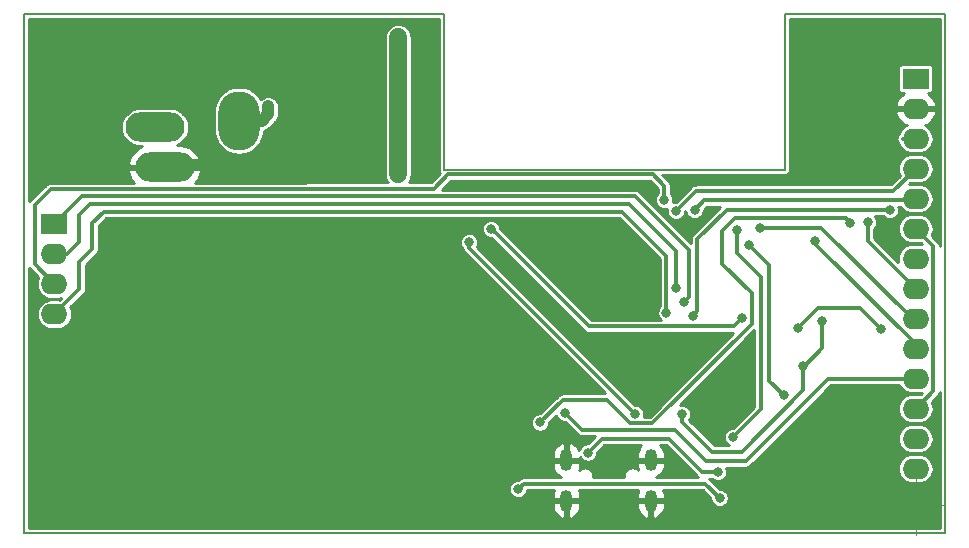
<source format=gbr>
%TF.GenerationSoftware,KiCad,Pcbnew,(5.1.6-0-10_14)*%
%TF.CreationDate,2021-01-12T14:39:33+11:00*%
%TF.ProjectId,esp32lcd,65737033-326c-4636-942e-6b696361645f,rev?*%
%TF.SameCoordinates,PX47868c0PY93d1cc0*%
%TF.FileFunction,Copper,L2,Bot*%
%TF.FilePolarity,Positive*%
%FSLAX46Y46*%
G04 Gerber Fmt 4.6, Leading zero omitted, Abs format (unit mm)*
G04 Created by KiCad (PCBNEW (5.1.6-0-10_14)) date 2021-01-12 14:39:33*
%MOMM*%
%LPD*%
G01*
G04 APERTURE LIST*
%TA.AperFunction,Profile*%
%ADD10C,0.150000*%
%TD*%
%TA.AperFunction,Profile*%
%ADD11C,0.050000*%
%TD*%
%TA.AperFunction,ComponentPad*%
%ADD12O,5.000000X2.500000*%
%TD*%
%TA.AperFunction,ComponentPad*%
%ADD13O,3.500000X5.000000*%
%TD*%
%TA.AperFunction,ComponentPad*%
%ADD14O,1.050000X1.850000*%
%TD*%
%TA.AperFunction,ComponentPad*%
%ADD15R,2.250000X1.727200*%
%TD*%
%TA.AperFunction,ComponentPad*%
%ADD16O,2.250000X1.727200*%
%TD*%
%TA.AperFunction,ViaPad*%
%ADD17C,6.000000*%
%TD*%
%TA.AperFunction,ViaPad*%
%ADD18C,0.800000*%
%TD*%
%TA.AperFunction,ViaPad*%
%ADD19C,5.000000*%
%TD*%
%TA.AperFunction,ViaPad*%
%ADD20C,3.500000*%
%TD*%
%TA.AperFunction,Conductor*%
%ADD21C,1.000000*%
%TD*%
%TA.AperFunction,Conductor*%
%ADD22C,0.350000*%
%TD*%
%TA.AperFunction,Conductor*%
%ADD23C,1.500000*%
%TD*%
%TA.AperFunction,Conductor*%
%ADD24C,0.254000*%
%TD*%
G04 APERTURE END LIST*
D10*
X78000000Y44000000D02*
X64400000Y44000000D01*
X64400000Y30800000D02*
X64400000Y44000000D01*
X35600000Y30800000D02*
X64400000Y30800000D01*
X35600000Y44000000D02*
X35600000Y30800000D01*
D11*
X77166666Y2400000D02*
G75*
G03*
X77166666Y2400000I-1666666J0D01*
G01*
X73000000Y2400000D02*
X78000000Y2400000D01*
X75500000Y4900000D02*
X75500000Y-100000D01*
X5166666Y34500000D02*
G75*
G03*
X5166666Y34500000I-1666666J0D01*
G01*
X1000000Y34500000D02*
X6000000Y34500000D01*
X3500000Y37000000D02*
X3500000Y32000000D01*
D10*
X35600000Y44000000D02*
X0Y44000000D01*
X0Y0D02*
X0Y44000000D01*
X78000000Y0D02*
X0Y0D01*
X78000000Y44000000D02*
X78000000Y0D01*
D12*
%TO.P,J12,3*%
%TO.N,Net-(J12-Pad3)*%
X11100000Y34400000D03*
D13*
%TO.P,J12,2*%
%TO.N,Net-(FB11-Pad2)*%
X18200000Y34950000D03*
D12*
%TO.P,J12,1*%
%TO.N,GND*%
X11900000Y31000000D03*
%TD*%
D14*
%TO.P,J11,6*%
%TO.N,GND*%
X53075000Y2770000D03*
X45925000Y2770000D03*
X53075000Y6220000D03*
X45925000Y6220000D03*
%TD*%
D15*
%TO.P,U15,15*%
%TO.N,VSPICLK*%
X2570000Y26190000D03*
D16*
%TO.P,U15,16*%
%TO.N,VSPIDIN*%
X2570000Y23650000D03*
%TO.P,U15,17*%
%TO.N,VSPIDATA*%
X2570000Y21110000D03*
%TO.P,U15,18*%
%TO.N,VSPICS1*%
X2570000Y18570000D03*
%TO.P,U15,14*%
%TO.N,Net-(U15-Pad14)*%
X75500000Y5480000D03*
%TO.P,U15,13*%
%TO.N,VSPIDIN*%
X75500000Y8020000D03*
%TO.P,U15,12*%
%TO.N,VSPIDATA*%
X75500000Y10560000D03*
%TO.P,U15,11*%
%TO.N,VSPICS2*%
X75500000Y13100000D03*
%TO.P,U15,10*%
%TO.N,VSPICLK*%
X75500000Y15640000D03*
%TO.P,U15,9*%
%TO.N,VSPIDIN*%
X75500000Y18180000D03*
%TO.P,U15,8*%
%TO.N,BACKLIGHT*%
X75500000Y20720000D03*
%TO.P,U15,7*%
%TO.N,VSPICLK*%
X75500000Y23260000D03*
%TO.P,U15,6*%
%TO.N,VSPIDATA*%
X75500000Y25800000D03*
%TO.P,U15,5*%
%TO.N,LCDDC*%
X75500000Y28340000D03*
%TO.P,U15,4*%
%TO.N,LCDRST*%
X75500000Y30880000D03*
%TO.P,U15,3*%
%TO.N,VSPICS0*%
X75500000Y33420000D03*
%TO.P,U15,2*%
%TO.N,GND*%
X75500000Y35960000D03*
D15*
%TO.P,U15,1*%
%TO.N,+3V3*%
X75500000Y38500000D03*
%TD*%
D17*
%TO.N,GND*%
X49000000Y22000000D03*
D18*
X44400000Y15300000D03*
X44400000Y22300000D03*
X52600000Y22300000D03*
D19*
X70500000Y40500000D03*
X3500000Y3500000D03*
D20*
X70500000Y3500000D03*
D19*
X3500000Y40500000D03*
D18*
X58900000Y7850000D03*
X52600000Y15174990D03*
X52600000Y29475010D03*
X44399998Y29475010D03*
X50800000Y7150000D03*
X16000000Y31200000D03*
X44350002Y6250000D03*
X22400000Y31199996D03*
X28200004Y26250000D03*
X33200000Y30200000D03*
X33500005Y38600005D03*
X55600000Y29500000D03*
%TO.N,+5V*%
X58900000Y3000000D03*
X41850001Y3749999D03*
%TO.N,+3V3*%
X51749998Y10100020D03*
X37700000Y24650000D03*
%TO.N,/TXD0*%
X60054998Y8154998D03*
X60399992Y25700000D03*
%TO.N,/RXD0*%
X61399998Y24400000D03*
X64324990Y11700000D03*
%TO.N,VSPICS0*%
X56612653Y18412667D03*
X73300000Y27400000D03*
%TO.N,VSPICLK*%
X55900000Y19600000D03*
X67000000Y24800000D03*
%TO.N,VSPIDIN*%
X55199151Y20741645D03*
X62300000Y25900000D03*
%TO.N,VSPIDATA*%
X54200000Y28250000D03*
%TO.N,VSPICS1*%
X54400000Y18700000D03*
%TO.N,LCDRST*%
X55200000Y27300000D03*
%TO.N,LCDDC*%
X56775998Y27379968D03*
%TO.N,VSPICS2*%
X45809528Y10213498D03*
%TO.N,BACKLIGHT*%
X71450000Y26350000D03*
%TO.N,ESP_EN*%
X60824990Y18250000D03*
X39550000Y25800000D03*
X31700000Y30400000D03*
%TO.N,Net-(D11-Pad2)*%
X47750000Y6850000D03*
X58750000Y5200000D03*
%TO.N,Net-(Q11-Pad3)*%
X55715000Y10115000D03*
%TO.N,Net-(FB11-Pad2)*%
X20700000Y36150000D03*
%TO.N,Net-(Q11-Pad3)*%
X66000000Y14200000D03*
X67600000Y18000000D03*
%TO.N,Net-(Q13-Pad1)*%
X43700000Y9400000D03*
X69974996Y26324996D03*
%TO.N,Net-(Q1-Pad2)*%
X65500000Y17400000D03*
X72600000Y17300000D03*
%TD*%
D21*
%TO.N,GND*%
X12200000Y31200000D02*
X16000000Y31200000D01*
X11900000Y31500000D02*
X12200000Y31200000D01*
X16000000Y31200000D02*
X22399996Y31200000D01*
X22399996Y31200000D02*
X22400000Y31199996D01*
D22*
%TO.N,+5V*%
X58900000Y3000000D02*
X57700001Y4199999D01*
X42300001Y4199999D02*
X41850001Y3749999D01*
X57700001Y4199999D02*
X42300001Y4199999D01*
%TO.N,+3V3*%
X37700000Y24150018D02*
X37700000Y24650000D01*
X51749998Y10100020D02*
X37700000Y24150018D01*
%TO.N,/TXD0*%
X62400000Y21717157D02*
X60399992Y23717165D01*
X60399992Y23717165D02*
X60399992Y25700000D01*
X62400000Y10500000D02*
X62400000Y21717157D01*
X60054998Y8154998D02*
X62400000Y10500000D01*
%TO.N,/RXD0*%
X63100000Y12924990D02*
X64324990Y11700000D01*
X63100000Y22699998D02*
X63100000Y12924990D01*
X61399998Y24400000D02*
X63100000Y22699998D01*
%TO.N,VSPICS0*%
X75500000Y33420000D02*
X74420000Y33420000D01*
X56612653Y18412667D02*
X57012652Y18812666D01*
X59500000Y27400000D02*
X73300000Y27400000D01*
X57012652Y18812666D02*
X57012652Y24912652D01*
X57012652Y24912652D02*
X59500000Y27400000D01*
%TO.N,VSPICLK*%
X4930000Y28550000D02*
X51750000Y28550000D01*
X56299999Y19999999D02*
X55900000Y19600000D01*
X56299999Y24000001D02*
X56299999Y19999999D01*
X2570000Y26190000D02*
X4930000Y28550000D01*
X51750000Y28550000D02*
X56299999Y24000001D01*
X75500000Y15640000D02*
X75500000Y16000000D01*
X67000000Y24500000D02*
X67000000Y24800000D01*
X75500000Y16000000D02*
X67000000Y24500000D01*
%TO.N,VSPIDIN*%
X51200000Y27900000D02*
X55199151Y23900849D01*
X4700000Y27000000D02*
X5600000Y27900000D01*
X3650000Y23650000D02*
X4700000Y24700000D01*
X55199151Y23900849D02*
X55199151Y20741645D01*
X5600000Y27900000D02*
X51200000Y27900000D01*
X4700000Y24700000D02*
X4700000Y27000000D01*
X2570000Y23650000D02*
X3650000Y23650000D01*
X75238600Y18180000D02*
X67518600Y25900000D01*
X75500000Y18180000D02*
X75238600Y18180000D01*
X67518600Y25900000D02*
X62300000Y25900000D01*
%TO.N,VSPIDATA*%
X77000000Y12060000D02*
X75500000Y10560000D01*
X77000000Y24300000D02*
X77000000Y12060000D01*
X75500000Y25800000D02*
X77000000Y24300000D01*
X34675036Y29175036D02*
X35900000Y30400000D01*
X53215681Y30400000D02*
X54200000Y29415681D01*
X2570000Y21110000D02*
X900000Y22780000D01*
X23919497Y29150000D02*
X23944533Y29175036D01*
X900000Y27800000D02*
X2250000Y29150000D01*
X35900000Y30400000D02*
X53215681Y30400000D01*
X23944533Y29175036D02*
X34675036Y29175036D01*
X900000Y22780000D02*
X900000Y27800000D01*
X54200000Y29415681D02*
X54200000Y28250000D01*
X2250000Y29150000D02*
X23919497Y29150000D01*
%TO.N,VSPICS1*%
X5800000Y26300000D02*
X6750000Y27250000D01*
X5800000Y24100000D02*
X5800000Y26300000D01*
X4700000Y23000000D02*
X5800000Y24100000D01*
X50650000Y27250000D02*
X54400000Y23500000D01*
X4700000Y20700000D02*
X4700000Y23000000D01*
X6750000Y27250000D02*
X50650000Y27250000D01*
X54400000Y23500000D02*
X54400000Y18700000D01*
X2570000Y18570000D02*
X4700000Y20700000D01*
%TO.N,LCDRST*%
X73620000Y29000000D02*
X56900000Y29000000D01*
X56900000Y29000000D02*
X55200000Y27300000D01*
X75500000Y30880000D02*
X73620000Y29000000D01*
%TO.N,LCDDC*%
X57596030Y28200000D02*
X56775998Y27379968D01*
X75360000Y28200000D02*
X57596030Y28200000D01*
X75500000Y28340000D02*
X75360000Y28200000D01*
%TO.N,VSPICS2*%
X47248027Y8774999D02*
X45809528Y10213498D01*
X55111085Y8774999D02*
X47248027Y8774999D01*
X61100000Y6100000D02*
X57786084Y6100000D01*
X57786084Y6100000D02*
X55111085Y8774999D01*
X68100000Y13100000D02*
X61100000Y6100000D01*
X75500000Y13100000D02*
X68100000Y13100000D01*
%TO.N,BACKLIGHT*%
X75500000Y20720000D02*
X74580000Y20720000D01*
X71450000Y24770000D02*
X71450000Y26350000D01*
X75500000Y20720000D02*
X71450000Y24770000D01*
%TO.N,ESP_EN*%
X53828003Y17524993D02*
X47825007Y17524993D01*
X60099981Y17524991D02*
X53828005Y17524991D01*
X53828005Y17524991D02*
X53828003Y17524993D01*
X39949999Y25400001D02*
X39550000Y25800000D01*
X47825007Y17524993D02*
X39949999Y25400001D01*
X60824990Y18250000D02*
X60099981Y17524991D01*
D23*
X31700000Y30400000D02*
X31700000Y42000000D01*
D22*
%TO.N,Net-(D11-Pad2)*%
X57400000Y5200000D02*
X58750000Y5200000D01*
X54600000Y8000000D02*
X57400000Y5200000D01*
X48900000Y8000000D02*
X54600000Y8000000D01*
X47750000Y6850000D02*
X48900000Y8000000D01*
D21*
%TO.N,Net-(FB11-Pad2)*%
X20700000Y35500000D02*
X20700000Y36150000D01*
X20150000Y34950000D02*
X20700000Y35500000D01*
X18200000Y34950000D02*
X20150000Y34950000D01*
D22*
%TO.N,Net-(Q11-Pad3)*%
X55715000Y10115000D02*
X55715000Y9435000D01*
X60773002Y6900000D02*
X66000000Y12126998D01*
X66000000Y12126998D02*
X66000000Y14200000D01*
X55715000Y9435000D02*
X58250000Y6900000D01*
X58250000Y6900000D02*
X60773002Y6900000D01*
X66100000Y14200000D02*
X66000000Y14200000D01*
X67600000Y15700000D02*
X66100000Y14200000D01*
X67600000Y18000000D02*
X67600000Y15700000D01*
%TO.N,Net-(Q13-Pad1)*%
X61600000Y17726998D02*
X61600000Y20350000D01*
X43700000Y9400000D02*
X45599999Y11299999D01*
X45599999Y11299999D02*
X49326997Y11299999D01*
X49326997Y11299999D02*
X51301986Y9325010D01*
X53198012Y9325010D02*
X61600000Y17726998D01*
X51301986Y9325010D02*
X53198012Y9325010D01*
X61600000Y20350000D02*
X59100000Y22850000D01*
X60177993Y26724995D02*
X69574997Y26724995D01*
X59100000Y22850000D02*
X59100000Y25647002D01*
X59100000Y25647002D02*
X60177993Y26724995D01*
X69574997Y26724995D02*
X69974996Y26324996D01*
%TO.N,Net-(Q1-Pad2)*%
X65500000Y17400000D02*
X67199999Y19099999D01*
X67199999Y19099999D02*
X70800001Y19099999D01*
X70800001Y19099999D02*
X72600000Y17300000D01*
%TD*%
D24*
%TO.N,GND*%
G36*
X53848000Y23271354D02*
G01*
X53848001Y19246846D01*
X53796464Y19195309D01*
X53711431Y19068048D01*
X53652859Y18926643D01*
X53623000Y18776528D01*
X53623000Y18623472D01*
X53652859Y18473357D01*
X53711431Y18331952D01*
X53796464Y18204691D01*
X53904691Y18096464D01*
X53933834Y18076991D01*
X53855132Y18076991D01*
X53855112Y18076993D01*
X53855109Y18076993D01*
X53828003Y18079663D01*
X53800897Y18076993D01*
X48053653Y18076993D01*
X40359495Y25771149D01*
X40359490Y25771155D01*
X40327000Y25803645D01*
X40327000Y25876528D01*
X40297141Y26026643D01*
X40238569Y26168048D01*
X40153536Y26295309D01*
X40045309Y26403536D01*
X39918048Y26488569D01*
X39776643Y26547141D01*
X39626528Y26577000D01*
X39473472Y26577000D01*
X39323357Y26547141D01*
X39181952Y26488569D01*
X39054691Y26403536D01*
X38946464Y26295309D01*
X38861431Y26168048D01*
X38802859Y26026643D01*
X38773000Y25876528D01*
X38773000Y25723472D01*
X38802859Y25573357D01*
X38861431Y25431952D01*
X38946464Y25304691D01*
X39054691Y25196464D01*
X39181952Y25111431D01*
X39323357Y25052859D01*
X39473472Y25023000D01*
X39546355Y25023000D01*
X39578845Y24990510D01*
X39578851Y24990505D01*
X47415514Y17153840D01*
X47432796Y17132782D01*
X47516849Y17063802D01*
X47612744Y17012545D01*
X47716796Y16980981D01*
X47797898Y16972993D01*
X47797900Y16972993D01*
X47825006Y16970323D01*
X47852112Y16972993D01*
X53800876Y16972993D01*
X53800896Y16972991D01*
X53800897Y16972991D01*
X53828005Y16970321D01*
X53855113Y16972991D01*
X60065347Y16972991D01*
X52969368Y9877010D01*
X52497862Y9877010D01*
X52526998Y10023492D01*
X52526998Y10176548D01*
X52497139Y10326663D01*
X52438567Y10468068D01*
X52353534Y10595329D01*
X52245307Y10703556D01*
X52118046Y10788589D01*
X51976641Y10847161D01*
X51826526Y10877020D01*
X51753644Y10877020D01*
X38372604Y24258058D01*
X38388569Y24281952D01*
X38447141Y24423357D01*
X38477000Y24573472D01*
X38477000Y24726528D01*
X38447141Y24876643D01*
X38388569Y25018048D01*
X38303536Y25145309D01*
X38195309Y25253536D01*
X38068048Y25338569D01*
X37926643Y25397141D01*
X37776528Y25427000D01*
X37623472Y25427000D01*
X37473357Y25397141D01*
X37331952Y25338569D01*
X37204691Y25253536D01*
X37096464Y25145309D01*
X37011431Y25018048D01*
X36952859Y24876643D01*
X36923000Y24726528D01*
X36923000Y24573472D01*
X36952859Y24423357D01*
X37011431Y24281952D01*
X37096464Y24154691D01*
X37150158Y24100997D01*
X37155988Y24041808D01*
X37187552Y23937756D01*
X37238809Y23841860D01*
X37307789Y23757807D01*
X37328857Y23740517D01*
X49217373Y11851999D01*
X45627096Y11851999D01*
X45599998Y11854668D01*
X45572900Y11851999D01*
X45572890Y11851999D01*
X45491788Y11844011D01*
X45387736Y11812447D01*
X45365572Y11800600D01*
X45291840Y11761190D01*
X45234678Y11714278D01*
X45207788Y11692210D01*
X45190507Y11671153D01*
X43696356Y10177000D01*
X43623472Y10177000D01*
X43473357Y10147141D01*
X43331952Y10088569D01*
X43204691Y10003536D01*
X43096464Y9895309D01*
X43011431Y9768048D01*
X42952859Y9626643D01*
X42923000Y9476528D01*
X42923000Y9323472D01*
X42952859Y9173357D01*
X43011431Y9031952D01*
X43096464Y8904691D01*
X43204691Y8796464D01*
X43331952Y8711431D01*
X43473357Y8652859D01*
X43623472Y8623000D01*
X43776528Y8623000D01*
X43926643Y8652859D01*
X44068048Y8711431D01*
X44195309Y8796464D01*
X44303536Y8904691D01*
X44388569Y9031952D01*
X44447141Y9173357D01*
X44477000Y9323472D01*
X44477000Y9396356D01*
X45063885Y9983240D01*
X45120959Y9845450D01*
X45205992Y9718189D01*
X45314219Y9609962D01*
X45441480Y9524929D01*
X45582885Y9466357D01*
X45733000Y9436498D01*
X45805883Y9436498D01*
X46838534Y8403846D01*
X46855816Y8382788D01*
X46876872Y8365508D01*
X46876873Y8365507D01*
X46939869Y8313808D01*
X47035764Y8262551D01*
X47139816Y8230987D01*
X47248027Y8220329D01*
X47275135Y8222999D01*
X48342353Y8222999D01*
X47746355Y7627000D01*
X47673472Y7627000D01*
X47523357Y7597141D01*
X47381952Y7538569D01*
X47254691Y7453536D01*
X47146464Y7345309D01*
X47061431Y7218048D01*
X47002859Y7076643D01*
X46999651Y7060517D01*
X46948099Y7181246D01*
X46818947Y7370059D01*
X46655441Y7530047D01*
X46463864Y7655063D01*
X46230810Y7738964D01*
X46052000Y7613163D01*
X46052000Y6347000D01*
X47085000Y6347000D01*
X47085000Y6446678D01*
X47146464Y6354691D01*
X47254691Y6246464D01*
X47381952Y6161431D01*
X47523357Y6102859D01*
X47673472Y6073000D01*
X47826528Y6073000D01*
X47976643Y6102859D01*
X48118048Y6161431D01*
X48245309Y6246464D01*
X48353536Y6354691D01*
X48438569Y6481952D01*
X48497141Y6623357D01*
X48527000Y6773472D01*
X48527000Y6846355D01*
X49128646Y7448000D01*
X52260708Y7448000D01*
X52181053Y7370059D01*
X52051901Y7181246D01*
X51962066Y6970865D01*
X51915000Y6747000D01*
X51915000Y6347000D01*
X52948000Y6347000D01*
X52948000Y6367000D01*
X53202000Y6367000D01*
X53202000Y6347000D01*
X54235000Y6347000D01*
X54235000Y6747000D01*
X54187934Y6970865D01*
X54098099Y7181246D01*
X53968947Y7370059D01*
X53889292Y7448000D01*
X54371356Y7448000D01*
X56990504Y4828851D01*
X57007789Y4807789D01*
X57075770Y4751999D01*
X53522371Y4751999D01*
X53613864Y4784937D01*
X53805441Y4909953D01*
X53968947Y5069941D01*
X54098099Y5258754D01*
X54187934Y5469135D01*
X54235000Y5693000D01*
X54235000Y6093000D01*
X53202000Y6093000D01*
X53202000Y6073000D01*
X52948000Y6073000D01*
X52948000Y6093000D01*
X51915000Y6093000D01*
X51915000Y5693000D01*
X51962066Y5469135D01*
X51990700Y5402078D01*
X51947499Y5445279D01*
X51832522Y5522105D01*
X51704766Y5575023D01*
X51569141Y5602000D01*
X51430859Y5602000D01*
X51295234Y5575023D01*
X51167478Y5522105D01*
X51052501Y5445279D01*
X50954721Y5347499D01*
X50877895Y5232522D01*
X50824977Y5104766D01*
X50798000Y4969141D01*
X50798000Y4830859D01*
X50813686Y4751999D01*
X48186314Y4751999D01*
X48202000Y4830859D01*
X48202000Y4969141D01*
X48175023Y5104766D01*
X48122105Y5232522D01*
X48045279Y5347499D01*
X47947499Y5445279D01*
X47832522Y5522105D01*
X47704766Y5575023D01*
X47569141Y5602000D01*
X47430859Y5602000D01*
X47295234Y5575023D01*
X47167478Y5522105D01*
X47052501Y5445279D01*
X47009300Y5402078D01*
X47037934Y5469135D01*
X47085000Y5693000D01*
X47085000Y6093000D01*
X46052000Y6093000D01*
X46052000Y6073000D01*
X45798000Y6073000D01*
X45798000Y6093000D01*
X44765000Y6093000D01*
X44765000Y5693000D01*
X44812066Y5469135D01*
X44901901Y5258754D01*
X45031053Y5069941D01*
X45194559Y4909953D01*
X45386136Y4784937D01*
X45477629Y4751999D01*
X42327106Y4751999D01*
X42300000Y4754669D01*
X42272894Y4751999D01*
X42272892Y4751999D01*
X42191790Y4744011D01*
X42087738Y4712447D01*
X41991843Y4661190D01*
X41907790Y4592210D01*
X41890509Y4571153D01*
X41846355Y4526999D01*
X41773473Y4526999D01*
X41623358Y4497140D01*
X41481953Y4438568D01*
X41354692Y4353535D01*
X41246465Y4245308D01*
X41161432Y4118047D01*
X41102860Y3976642D01*
X41073001Y3826527D01*
X41073001Y3673471D01*
X41102860Y3523356D01*
X41161432Y3381951D01*
X41246465Y3254690D01*
X41354692Y3146463D01*
X41481953Y3061430D01*
X41623358Y3002858D01*
X41773473Y2972999D01*
X41926529Y2972999D01*
X42076644Y3002858D01*
X42218049Y3061430D01*
X42345310Y3146463D01*
X42453537Y3254690D01*
X42538570Y3381951D01*
X42597142Y3523356D01*
X42621934Y3647999D01*
X44866354Y3647999D01*
X44812066Y3520865D01*
X44765000Y3297000D01*
X44765000Y2897000D01*
X45798000Y2897000D01*
X45798000Y2917000D01*
X46052000Y2917000D01*
X46052000Y2897000D01*
X47085000Y2897000D01*
X47085000Y3297000D01*
X47037934Y3520865D01*
X46983646Y3647999D01*
X52016354Y3647999D01*
X51962066Y3520865D01*
X51915000Y3297000D01*
X51915000Y2897000D01*
X52948000Y2897000D01*
X52948000Y2917000D01*
X53202000Y2917000D01*
X53202000Y2897000D01*
X54235000Y2897000D01*
X54235000Y3297000D01*
X54187934Y3520865D01*
X54133646Y3647999D01*
X57471357Y3647999D01*
X58123000Y2996355D01*
X58123000Y2923472D01*
X58152859Y2773357D01*
X58211431Y2631952D01*
X58296464Y2504691D01*
X58404691Y2396464D01*
X58531952Y2311431D01*
X58673357Y2252859D01*
X58823472Y2223000D01*
X58976528Y2223000D01*
X59126643Y2252859D01*
X59268048Y2311431D01*
X59395309Y2396464D01*
X59503536Y2504691D01*
X59588569Y2631952D01*
X59647141Y2773357D01*
X59677000Y2923472D01*
X59677000Y3076528D01*
X59647141Y3226643D01*
X59588569Y3368048D01*
X59503536Y3495309D01*
X59395309Y3603536D01*
X59268048Y3688569D01*
X59126643Y3747141D01*
X58976528Y3777000D01*
X58903645Y3777000D01*
X58109501Y4571143D01*
X58092212Y4592210D01*
X58024231Y4648000D01*
X58203155Y4648000D01*
X58254691Y4596464D01*
X58381952Y4511431D01*
X58523357Y4452859D01*
X58673472Y4423000D01*
X58826528Y4423000D01*
X58976643Y4452859D01*
X59118048Y4511431D01*
X59245309Y4596464D01*
X59353536Y4704691D01*
X59438569Y4831952D01*
X59497141Y4973357D01*
X59527000Y5123472D01*
X59527000Y5276528D01*
X59497141Y5426643D01*
X59475040Y5480000D01*
X73991998Y5480000D01*
X74015951Y5236800D01*
X74086890Y5002946D01*
X74202088Y4787425D01*
X74357119Y4598519D01*
X74546025Y4443488D01*
X74761546Y4328290D01*
X74995400Y4257351D01*
X75177660Y4239400D01*
X75822340Y4239400D01*
X76004600Y4257351D01*
X76238454Y4328290D01*
X76453975Y4443488D01*
X76642881Y4598519D01*
X76797912Y4787425D01*
X76913110Y5002946D01*
X76984049Y5236800D01*
X77008002Y5480000D01*
X76984049Y5723200D01*
X76913110Y5957054D01*
X76797912Y6172575D01*
X76642881Y6361481D01*
X76453975Y6516512D01*
X76238454Y6631710D01*
X76004600Y6702649D01*
X75822340Y6720600D01*
X75177660Y6720600D01*
X74995400Y6702649D01*
X74761546Y6631710D01*
X74546025Y6516512D01*
X74357119Y6361481D01*
X74202088Y6172575D01*
X74086890Y5957054D01*
X74015951Y5723200D01*
X73991998Y5480000D01*
X59475040Y5480000D01*
X59446873Y5548000D01*
X61072894Y5548000D01*
X61100000Y5545330D01*
X61127106Y5548000D01*
X61127109Y5548000D01*
X61208211Y5555988D01*
X61312263Y5587552D01*
X61408158Y5638809D01*
X61492211Y5707789D01*
X61509501Y5728857D01*
X63800644Y8020000D01*
X73991998Y8020000D01*
X74015951Y7776800D01*
X74086890Y7542946D01*
X74202088Y7327425D01*
X74357119Y7138519D01*
X74546025Y6983488D01*
X74761546Y6868290D01*
X74995400Y6797351D01*
X75177660Y6779400D01*
X75822340Y6779400D01*
X76004600Y6797351D01*
X76238454Y6868290D01*
X76453975Y6983488D01*
X76642881Y7138519D01*
X76797912Y7327425D01*
X76913110Y7542946D01*
X76984049Y7776800D01*
X77008002Y8020000D01*
X76984049Y8263200D01*
X76913110Y8497054D01*
X76797912Y8712575D01*
X76642881Y8901481D01*
X76453975Y9056512D01*
X76238454Y9171710D01*
X76004600Y9242649D01*
X75822340Y9260600D01*
X75177660Y9260600D01*
X74995400Y9242649D01*
X74761546Y9171710D01*
X74546025Y9056512D01*
X74357119Y8901481D01*
X74202088Y8712575D01*
X74086890Y8497054D01*
X74015951Y8263200D01*
X73991998Y8020000D01*
X63800644Y8020000D01*
X68328645Y12548000D01*
X74126949Y12548000D01*
X74202088Y12407425D01*
X74357119Y12218519D01*
X74546025Y12063488D01*
X74761546Y11948290D01*
X74995400Y11877351D01*
X75177660Y11859400D01*
X75822340Y11859400D01*
X76004600Y11877351D01*
X76050686Y11891331D01*
X75947616Y11788261D01*
X75822340Y11800600D01*
X75177660Y11800600D01*
X74995400Y11782649D01*
X74761546Y11711710D01*
X74546025Y11596512D01*
X74357119Y11441481D01*
X74202088Y11252575D01*
X74086890Y11037054D01*
X74015951Y10803200D01*
X73991998Y10560000D01*
X74015951Y10316800D01*
X74086890Y10082946D01*
X74202088Y9867425D01*
X74357119Y9678519D01*
X74546025Y9523488D01*
X74761546Y9408290D01*
X74995400Y9337351D01*
X75177660Y9319400D01*
X75822340Y9319400D01*
X76004600Y9337351D01*
X76238454Y9408290D01*
X76453975Y9523488D01*
X76642881Y9678519D01*
X76797912Y9867425D01*
X76913110Y10082946D01*
X76984049Y10316800D01*
X77008002Y10560000D01*
X76984049Y10803200D01*
X76913110Y11037054D01*
X76858976Y11138331D01*
X77371154Y11650508D01*
X77392211Y11667789D01*
X77428256Y11711710D01*
X77461191Y11751841D01*
X77491321Y11808212D01*
X77512448Y11847737D01*
X77544012Y11951789D01*
X77548001Y11992286D01*
X77548001Y452000D01*
X452000Y452000D01*
X452000Y2643000D01*
X44765000Y2643000D01*
X44765000Y2243000D01*
X44812066Y2019135D01*
X44901901Y1808754D01*
X45031053Y1619941D01*
X45194559Y1459953D01*
X45386136Y1334937D01*
X45619190Y1251036D01*
X45798000Y1376837D01*
X45798000Y2643000D01*
X46052000Y2643000D01*
X46052000Y1376837D01*
X46230810Y1251036D01*
X46463864Y1334937D01*
X46655441Y1459953D01*
X46818947Y1619941D01*
X46948099Y1808754D01*
X47037934Y2019135D01*
X47085000Y2243000D01*
X47085000Y2643000D01*
X51915000Y2643000D01*
X51915000Y2243000D01*
X51962066Y2019135D01*
X52051901Y1808754D01*
X52181053Y1619941D01*
X52344559Y1459953D01*
X52536136Y1334937D01*
X52769190Y1251036D01*
X52948000Y1376837D01*
X52948000Y2643000D01*
X53202000Y2643000D01*
X53202000Y1376837D01*
X53380810Y1251036D01*
X53613864Y1334937D01*
X53805441Y1459953D01*
X53968947Y1619941D01*
X54098099Y1808754D01*
X54187934Y2019135D01*
X54235000Y2243000D01*
X54235000Y2643000D01*
X53202000Y2643000D01*
X52948000Y2643000D01*
X51915000Y2643000D01*
X47085000Y2643000D01*
X46052000Y2643000D01*
X45798000Y2643000D01*
X44765000Y2643000D01*
X452000Y2643000D01*
X452000Y6747000D01*
X44765000Y6747000D01*
X44765000Y6347000D01*
X45798000Y6347000D01*
X45798000Y7613163D01*
X45619190Y7738964D01*
X45386136Y7655063D01*
X45194559Y7530047D01*
X45031053Y7370059D01*
X44901901Y7181246D01*
X44812066Y6970865D01*
X44765000Y6747000D01*
X452000Y6747000D01*
X452000Y22455769D01*
X507789Y22387789D01*
X528856Y22370500D01*
X1211024Y21688331D01*
X1156890Y21587054D01*
X1085951Y21353200D01*
X1061998Y21110000D01*
X1085951Y20866800D01*
X1156890Y20632946D01*
X1272088Y20417425D01*
X1427119Y20228519D01*
X1616025Y20073488D01*
X1831546Y19958290D01*
X2065400Y19887351D01*
X2247660Y19869400D01*
X2892340Y19869400D01*
X3074600Y19887351D01*
X3120687Y19901331D01*
X3017617Y19798261D01*
X2892340Y19810600D01*
X2247660Y19810600D01*
X2065400Y19792649D01*
X1831546Y19721710D01*
X1616025Y19606512D01*
X1427119Y19451481D01*
X1272088Y19262575D01*
X1156890Y19047054D01*
X1085951Y18813200D01*
X1061998Y18570000D01*
X1085951Y18326800D01*
X1156890Y18092946D01*
X1272088Y17877425D01*
X1427119Y17688519D01*
X1616025Y17533488D01*
X1831546Y17418290D01*
X2065400Y17347351D01*
X2247660Y17329400D01*
X2892340Y17329400D01*
X3074600Y17347351D01*
X3308454Y17418290D01*
X3523975Y17533488D01*
X3712881Y17688519D01*
X3867912Y17877425D01*
X3983110Y18092946D01*
X4054049Y18326800D01*
X4078002Y18570000D01*
X4054049Y18813200D01*
X3983110Y19047054D01*
X3928976Y19148332D01*
X5071149Y20290504D01*
X5092211Y20307789D01*
X5161191Y20391842D01*
X5212448Y20487737D01*
X5244012Y20591789D01*
X5252000Y20672891D01*
X5252000Y20672894D01*
X5254670Y20700000D01*
X5252000Y20727106D01*
X5252000Y22771356D01*
X6171149Y23690504D01*
X6192211Y23707789D01*
X6261191Y23791842D01*
X6312448Y23887737D01*
X6344012Y23991789D01*
X6352000Y24072891D01*
X6352000Y24072894D01*
X6354670Y24100000D01*
X6352000Y24127106D01*
X6352000Y26071356D01*
X6978645Y26698000D01*
X50421356Y26698000D01*
X53848000Y23271354D01*
G37*
X53848000Y23271354D02*
X53848001Y19246846D01*
X53796464Y19195309D01*
X53711431Y19068048D01*
X53652859Y18926643D01*
X53623000Y18776528D01*
X53623000Y18623472D01*
X53652859Y18473357D01*
X53711431Y18331952D01*
X53796464Y18204691D01*
X53904691Y18096464D01*
X53933834Y18076991D01*
X53855132Y18076991D01*
X53855112Y18076993D01*
X53855109Y18076993D01*
X53828003Y18079663D01*
X53800897Y18076993D01*
X48053653Y18076993D01*
X40359495Y25771149D01*
X40359490Y25771155D01*
X40327000Y25803645D01*
X40327000Y25876528D01*
X40297141Y26026643D01*
X40238569Y26168048D01*
X40153536Y26295309D01*
X40045309Y26403536D01*
X39918048Y26488569D01*
X39776643Y26547141D01*
X39626528Y26577000D01*
X39473472Y26577000D01*
X39323357Y26547141D01*
X39181952Y26488569D01*
X39054691Y26403536D01*
X38946464Y26295309D01*
X38861431Y26168048D01*
X38802859Y26026643D01*
X38773000Y25876528D01*
X38773000Y25723472D01*
X38802859Y25573357D01*
X38861431Y25431952D01*
X38946464Y25304691D01*
X39054691Y25196464D01*
X39181952Y25111431D01*
X39323357Y25052859D01*
X39473472Y25023000D01*
X39546355Y25023000D01*
X39578845Y24990510D01*
X39578851Y24990505D01*
X47415514Y17153840D01*
X47432796Y17132782D01*
X47516849Y17063802D01*
X47612744Y17012545D01*
X47716796Y16980981D01*
X47797898Y16972993D01*
X47797900Y16972993D01*
X47825006Y16970323D01*
X47852112Y16972993D01*
X53800876Y16972993D01*
X53800896Y16972991D01*
X53800897Y16972991D01*
X53828005Y16970321D01*
X53855113Y16972991D01*
X60065347Y16972991D01*
X52969368Y9877010D01*
X52497862Y9877010D01*
X52526998Y10023492D01*
X52526998Y10176548D01*
X52497139Y10326663D01*
X52438567Y10468068D01*
X52353534Y10595329D01*
X52245307Y10703556D01*
X52118046Y10788589D01*
X51976641Y10847161D01*
X51826526Y10877020D01*
X51753644Y10877020D01*
X38372604Y24258058D01*
X38388569Y24281952D01*
X38447141Y24423357D01*
X38477000Y24573472D01*
X38477000Y24726528D01*
X38447141Y24876643D01*
X38388569Y25018048D01*
X38303536Y25145309D01*
X38195309Y25253536D01*
X38068048Y25338569D01*
X37926643Y25397141D01*
X37776528Y25427000D01*
X37623472Y25427000D01*
X37473357Y25397141D01*
X37331952Y25338569D01*
X37204691Y25253536D01*
X37096464Y25145309D01*
X37011431Y25018048D01*
X36952859Y24876643D01*
X36923000Y24726528D01*
X36923000Y24573472D01*
X36952859Y24423357D01*
X37011431Y24281952D01*
X37096464Y24154691D01*
X37150158Y24100997D01*
X37155988Y24041808D01*
X37187552Y23937756D01*
X37238809Y23841860D01*
X37307789Y23757807D01*
X37328857Y23740517D01*
X49217373Y11851999D01*
X45627096Y11851999D01*
X45599998Y11854668D01*
X45572900Y11851999D01*
X45572890Y11851999D01*
X45491788Y11844011D01*
X45387736Y11812447D01*
X45365572Y11800600D01*
X45291840Y11761190D01*
X45234678Y11714278D01*
X45207788Y11692210D01*
X45190507Y11671153D01*
X43696356Y10177000D01*
X43623472Y10177000D01*
X43473357Y10147141D01*
X43331952Y10088569D01*
X43204691Y10003536D01*
X43096464Y9895309D01*
X43011431Y9768048D01*
X42952859Y9626643D01*
X42923000Y9476528D01*
X42923000Y9323472D01*
X42952859Y9173357D01*
X43011431Y9031952D01*
X43096464Y8904691D01*
X43204691Y8796464D01*
X43331952Y8711431D01*
X43473357Y8652859D01*
X43623472Y8623000D01*
X43776528Y8623000D01*
X43926643Y8652859D01*
X44068048Y8711431D01*
X44195309Y8796464D01*
X44303536Y8904691D01*
X44388569Y9031952D01*
X44447141Y9173357D01*
X44477000Y9323472D01*
X44477000Y9396356D01*
X45063885Y9983240D01*
X45120959Y9845450D01*
X45205992Y9718189D01*
X45314219Y9609962D01*
X45441480Y9524929D01*
X45582885Y9466357D01*
X45733000Y9436498D01*
X45805883Y9436498D01*
X46838534Y8403846D01*
X46855816Y8382788D01*
X46876872Y8365508D01*
X46876873Y8365507D01*
X46939869Y8313808D01*
X47035764Y8262551D01*
X47139816Y8230987D01*
X47248027Y8220329D01*
X47275135Y8222999D01*
X48342353Y8222999D01*
X47746355Y7627000D01*
X47673472Y7627000D01*
X47523357Y7597141D01*
X47381952Y7538569D01*
X47254691Y7453536D01*
X47146464Y7345309D01*
X47061431Y7218048D01*
X47002859Y7076643D01*
X46999651Y7060517D01*
X46948099Y7181246D01*
X46818947Y7370059D01*
X46655441Y7530047D01*
X46463864Y7655063D01*
X46230810Y7738964D01*
X46052000Y7613163D01*
X46052000Y6347000D01*
X47085000Y6347000D01*
X47085000Y6446678D01*
X47146464Y6354691D01*
X47254691Y6246464D01*
X47381952Y6161431D01*
X47523357Y6102859D01*
X47673472Y6073000D01*
X47826528Y6073000D01*
X47976643Y6102859D01*
X48118048Y6161431D01*
X48245309Y6246464D01*
X48353536Y6354691D01*
X48438569Y6481952D01*
X48497141Y6623357D01*
X48527000Y6773472D01*
X48527000Y6846355D01*
X49128646Y7448000D01*
X52260708Y7448000D01*
X52181053Y7370059D01*
X52051901Y7181246D01*
X51962066Y6970865D01*
X51915000Y6747000D01*
X51915000Y6347000D01*
X52948000Y6347000D01*
X52948000Y6367000D01*
X53202000Y6367000D01*
X53202000Y6347000D01*
X54235000Y6347000D01*
X54235000Y6747000D01*
X54187934Y6970865D01*
X54098099Y7181246D01*
X53968947Y7370059D01*
X53889292Y7448000D01*
X54371356Y7448000D01*
X56990504Y4828851D01*
X57007789Y4807789D01*
X57075770Y4751999D01*
X53522371Y4751999D01*
X53613864Y4784937D01*
X53805441Y4909953D01*
X53968947Y5069941D01*
X54098099Y5258754D01*
X54187934Y5469135D01*
X54235000Y5693000D01*
X54235000Y6093000D01*
X53202000Y6093000D01*
X53202000Y6073000D01*
X52948000Y6073000D01*
X52948000Y6093000D01*
X51915000Y6093000D01*
X51915000Y5693000D01*
X51962066Y5469135D01*
X51990700Y5402078D01*
X51947499Y5445279D01*
X51832522Y5522105D01*
X51704766Y5575023D01*
X51569141Y5602000D01*
X51430859Y5602000D01*
X51295234Y5575023D01*
X51167478Y5522105D01*
X51052501Y5445279D01*
X50954721Y5347499D01*
X50877895Y5232522D01*
X50824977Y5104766D01*
X50798000Y4969141D01*
X50798000Y4830859D01*
X50813686Y4751999D01*
X48186314Y4751999D01*
X48202000Y4830859D01*
X48202000Y4969141D01*
X48175023Y5104766D01*
X48122105Y5232522D01*
X48045279Y5347499D01*
X47947499Y5445279D01*
X47832522Y5522105D01*
X47704766Y5575023D01*
X47569141Y5602000D01*
X47430859Y5602000D01*
X47295234Y5575023D01*
X47167478Y5522105D01*
X47052501Y5445279D01*
X47009300Y5402078D01*
X47037934Y5469135D01*
X47085000Y5693000D01*
X47085000Y6093000D01*
X46052000Y6093000D01*
X46052000Y6073000D01*
X45798000Y6073000D01*
X45798000Y6093000D01*
X44765000Y6093000D01*
X44765000Y5693000D01*
X44812066Y5469135D01*
X44901901Y5258754D01*
X45031053Y5069941D01*
X45194559Y4909953D01*
X45386136Y4784937D01*
X45477629Y4751999D01*
X42327106Y4751999D01*
X42300000Y4754669D01*
X42272894Y4751999D01*
X42272892Y4751999D01*
X42191790Y4744011D01*
X42087738Y4712447D01*
X41991843Y4661190D01*
X41907790Y4592210D01*
X41890509Y4571153D01*
X41846355Y4526999D01*
X41773473Y4526999D01*
X41623358Y4497140D01*
X41481953Y4438568D01*
X41354692Y4353535D01*
X41246465Y4245308D01*
X41161432Y4118047D01*
X41102860Y3976642D01*
X41073001Y3826527D01*
X41073001Y3673471D01*
X41102860Y3523356D01*
X41161432Y3381951D01*
X41246465Y3254690D01*
X41354692Y3146463D01*
X41481953Y3061430D01*
X41623358Y3002858D01*
X41773473Y2972999D01*
X41926529Y2972999D01*
X42076644Y3002858D01*
X42218049Y3061430D01*
X42345310Y3146463D01*
X42453537Y3254690D01*
X42538570Y3381951D01*
X42597142Y3523356D01*
X42621934Y3647999D01*
X44866354Y3647999D01*
X44812066Y3520865D01*
X44765000Y3297000D01*
X44765000Y2897000D01*
X45798000Y2897000D01*
X45798000Y2917000D01*
X46052000Y2917000D01*
X46052000Y2897000D01*
X47085000Y2897000D01*
X47085000Y3297000D01*
X47037934Y3520865D01*
X46983646Y3647999D01*
X52016354Y3647999D01*
X51962066Y3520865D01*
X51915000Y3297000D01*
X51915000Y2897000D01*
X52948000Y2897000D01*
X52948000Y2917000D01*
X53202000Y2917000D01*
X53202000Y2897000D01*
X54235000Y2897000D01*
X54235000Y3297000D01*
X54187934Y3520865D01*
X54133646Y3647999D01*
X57471357Y3647999D01*
X58123000Y2996355D01*
X58123000Y2923472D01*
X58152859Y2773357D01*
X58211431Y2631952D01*
X58296464Y2504691D01*
X58404691Y2396464D01*
X58531952Y2311431D01*
X58673357Y2252859D01*
X58823472Y2223000D01*
X58976528Y2223000D01*
X59126643Y2252859D01*
X59268048Y2311431D01*
X59395309Y2396464D01*
X59503536Y2504691D01*
X59588569Y2631952D01*
X59647141Y2773357D01*
X59677000Y2923472D01*
X59677000Y3076528D01*
X59647141Y3226643D01*
X59588569Y3368048D01*
X59503536Y3495309D01*
X59395309Y3603536D01*
X59268048Y3688569D01*
X59126643Y3747141D01*
X58976528Y3777000D01*
X58903645Y3777000D01*
X58109501Y4571143D01*
X58092212Y4592210D01*
X58024231Y4648000D01*
X58203155Y4648000D01*
X58254691Y4596464D01*
X58381952Y4511431D01*
X58523357Y4452859D01*
X58673472Y4423000D01*
X58826528Y4423000D01*
X58976643Y4452859D01*
X59118048Y4511431D01*
X59245309Y4596464D01*
X59353536Y4704691D01*
X59438569Y4831952D01*
X59497141Y4973357D01*
X59527000Y5123472D01*
X59527000Y5276528D01*
X59497141Y5426643D01*
X59475040Y5480000D01*
X73991998Y5480000D01*
X74015951Y5236800D01*
X74086890Y5002946D01*
X74202088Y4787425D01*
X74357119Y4598519D01*
X74546025Y4443488D01*
X74761546Y4328290D01*
X74995400Y4257351D01*
X75177660Y4239400D01*
X75822340Y4239400D01*
X76004600Y4257351D01*
X76238454Y4328290D01*
X76453975Y4443488D01*
X76642881Y4598519D01*
X76797912Y4787425D01*
X76913110Y5002946D01*
X76984049Y5236800D01*
X77008002Y5480000D01*
X76984049Y5723200D01*
X76913110Y5957054D01*
X76797912Y6172575D01*
X76642881Y6361481D01*
X76453975Y6516512D01*
X76238454Y6631710D01*
X76004600Y6702649D01*
X75822340Y6720600D01*
X75177660Y6720600D01*
X74995400Y6702649D01*
X74761546Y6631710D01*
X74546025Y6516512D01*
X74357119Y6361481D01*
X74202088Y6172575D01*
X74086890Y5957054D01*
X74015951Y5723200D01*
X73991998Y5480000D01*
X59475040Y5480000D01*
X59446873Y5548000D01*
X61072894Y5548000D01*
X61100000Y5545330D01*
X61127106Y5548000D01*
X61127109Y5548000D01*
X61208211Y5555988D01*
X61312263Y5587552D01*
X61408158Y5638809D01*
X61492211Y5707789D01*
X61509501Y5728857D01*
X63800644Y8020000D01*
X73991998Y8020000D01*
X74015951Y7776800D01*
X74086890Y7542946D01*
X74202088Y7327425D01*
X74357119Y7138519D01*
X74546025Y6983488D01*
X74761546Y6868290D01*
X74995400Y6797351D01*
X75177660Y6779400D01*
X75822340Y6779400D01*
X76004600Y6797351D01*
X76238454Y6868290D01*
X76453975Y6983488D01*
X76642881Y7138519D01*
X76797912Y7327425D01*
X76913110Y7542946D01*
X76984049Y7776800D01*
X77008002Y8020000D01*
X76984049Y8263200D01*
X76913110Y8497054D01*
X76797912Y8712575D01*
X76642881Y8901481D01*
X76453975Y9056512D01*
X76238454Y9171710D01*
X76004600Y9242649D01*
X75822340Y9260600D01*
X75177660Y9260600D01*
X74995400Y9242649D01*
X74761546Y9171710D01*
X74546025Y9056512D01*
X74357119Y8901481D01*
X74202088Y8712575D01*
X74086890Y8497054D01*
X74015951Y8263200D01*
X73991998Y8020000D01*
X63800644Y8020000D01*
X68328645Y12548000D01*
X74126949Y12548000D01*
X74202088Y12407425D01*
X74357119Y12218519D01*
X74546025Y12063488D01*
X74761546Y11948290D01*
X74995400Y11877351D01*
X75177660Y11859400D01*
X75822340Y11859400D01*
X76004600Y11877351D01*
X76050686Y11891331D01*
X75947616Y11788261D01*
X75822340Y11800600D01*
X75177660Y11800600D01*
X74995400Y11782649D01*
X74761546Y11711710D01*
X74546025Y11596512D01*
X74357119Y11441481D01*
X74202088Y11252575D01*
X74086890Y11037054D01*
X74015951Y10803200D01*
X73991998Y10560000D01*
X74015951Y10316800D01*
X74086890Y10082946D01*
X74202088Y9867425D01*
X74357119Y9678519D01*
X74546025Y9523488D01*
X74761546Y9408290D01*
X74995400Y9337351D01*
X75177660Y9319400D01*
X75822340Y9319400D01*
X76004600Y9337351D01*
X76238454Y9408290D01*
X76453975Y9523488D01*
X76642881Y9678519D01*
X76797912Y9867425D01*
X76913110Y10082946D01*
X76984049Y10316800D01*
X77008002Y10560000D01*
X76984049Y10803200D01*
X76913110Y11037054D01*
X76858976Y11138331D01*
X77371154Y11650508D01*
X77392211Y11667789D01*
X77428256Y11711710D01*
X77461191Y11751841D01*
X77491321Y11808212D01*
X77512448Y11847737D01*
X77544012Y11951789D01*
X77548001Y11992286D01*
X77548001Y452000D01*
X452000Y452000D01*
X452000Y2643000D01*
X44765000Y2643000D01*
X44765000Y2243000D01*
X44812066Y2019135D01*
X44901901Y1808754D01*
X45031053Y1619941D01*
X45194559Y1459953D01*
X45386136Y1334937D01*
X45619190Y1251036D01*
X45798000Y1376837D01*
X45798000Y2643000D01*
X46052000Y2643000D01*
X46052000Y1376837D01*
X46230810Y1251036D01*
X46463864Y1334937D01*
X46655441Y1459953D01*
X46818947Y1619941D01*
X46948099Y1808754D01*
X47037934Y2019135D01*
X47085000Y2243000D01*
X47085000Y2643000D01*
X51915000Y2643000D01*
X51915000Y2243000D01*
X51962066Y2019135D01*
X52051901Y1808754D01*
X52181053Y1619941D01*
X52344559Y1459953D01*
X52536136Y1334937D01*
X52769190Y1251036D01*
X52948000Y1376837D01*
X52948000Y2643000D01*
X53202000Y2643000D01*
X53202000Y1376837D01*
X53380810Y1251036D01*
X53613864Y1334937D01*
X53805441Y1459953D01*
X53968947Y1619941D01*
X54098099Y1808754D01*
X54187934Y2019135D01*
X54235000Y2243000D01*
X54235000Y2643000D01*
X53202000Y2643000D01*
X52948000Y2643000D01*
X51915000Y2643000D01*
X47085000Y2643000D01*
X46052000Y2643000D01*
X45798000Y2643000D01*
X44765000Y2643000D01*
X452000Y2643000D01*
X452000Y6747000D01*
X44765000Y6747000D01*
X44765000Y6347000D01*
X45798000Y6347000D01*
X45798000Y7613163D01*
X45619190Y7738964D01*
X45386136Y7655063D01*
X45194559Y7530047D01*
X45031053Y7370059D01*
X44901901Y7181246D01*
X44812066Y6970865D01*
X44765000Y6747000D01*
X452000Y6747000D01*
X452000Y22455769D01*
X507789Y22387789D01*
X528856Y22370500D01*
X1211024Y21688331D01*
X1156890Y21587054D01*
X1085951Y21353200D01*
X1061998Y21110000D01*
X1085951Y20866800D01*
X1156890Y20632946D01*
X1272088Y20417425D01*
X1427119Y20228519D01*
X1616025Y20073488D01*
X1831546Y19958290D01*
X2065400Y19887351D01*
X2247660Y19869400D01*
X2892340Y19869400D01*
X3074600Y19887351D01*
X3120687Y19901331D01*
X3017617Y19798261D01*
X2892340Y19810600D01*
X2247660Y19810600D01*
X2065400Y19792649D01*
X1831546Y19721710D01*
X1616025Y19606512D01*
X1427119Y19451481D01*
X1272088Y19262575D01*
X1156890Y19047054D01*
X1085951Y18813200D01*
X1061998Y18570000D01*
X1085951Y18326800D01*
X1156890Y18092946D01*
X1272088Y17877425D01*
X1427119Y17688519D01*
X1616025Y17533488D01*
X1831546Y17418290D01*
X2065400Y17347351D01*
X2247660Y17329400D01*
X2892340Y17329400D01*
X3074600Y17347351D01*
X3308454Y17418290D01*
X3523975Y17533488D01*
X3712881Y17688519D01*
X3867912Y17877425D01*
X3983110Y18092946D01*
X4054049Y18326800D01*
X4078002Y18570000D01*
X4054049Y18813200D01*
X3983110Y19047054D01*
X3928976Y19148332D01*
X5071149Y20290504D01*
X5092211Y20307789D01*
X5161191Y20391842D01*
X5212448Y20487737D01*
X5244012Y20591789D01*
X5252000Y20672891D01*
X5252000Y20672894D01*
X5254670Y20700000D01*
X5252000Y20727106D01*
X5252000Y22771356D01*
X6171149Y23690504D01*
X6192211Y23707789D01*
X6261191Y23791842D01*
X6312448Y23887737D01*
X6344012Y23991789D01*
X6352000Y24072891D01*
X6352000Y24072894D01*
X6354670Y24100000D01*
X6352000Y24127106D01*
X6352000Y26071356D01*
X6978645Y26698000D01*
X50421356Y26698000D01*
X53848000Y23271354D01*
G36*
X61848000Y10728646D02*
G01*
X60051354Y8931998D01*
X59978470Y8931998D01*
X59828355Y8902139D01*
X59686950Y8843567D01*
X59559689Y8758534D01*
X59451462Y8650307D01*
X59366429Y8523046D01*
X59307857Y8381641D01*
X59277998Y8231526D01*
X59277998Y8078470D01*
X59307857Y7928355D01*
X59366429Y7786950D01*
X59451462Y7659689D01*
X59559689Y7551462D01*
X59686950Y7466429D01*
X59721785Y7452000D01*
X58478646Y7452000D01*
X56314745Y9615900D01*
X56318536Y9619691D01*
X56403569Y9746952D01*
X56462141Y9888357D01*
X56492000Y10038472D01*
X56492000Y10191528D01*
X56462141Y10341643D01*
X56403569Y10483048D01*
X56318536Y10610309D01*
X56210309Y10718536D01*
X56083048Y10803569D01*
X55941643Y10862141D01*
X55791528Y10892000D01*
X55638472Y10892000D01*
X55522598Y10868952D01*
X61848001Y17194353D01*
X61848000Y10728646D01*
G37*
X61848000Y10728646D02*
X60051354Y8931998D01*
X59978470Y8931998D01*
X59828355Y8902139D01*
X59686950Y8843567D01*
X59559689Y8758534D01*
X59451462Y8650307D01*
X59366429Y8523046D01*
X59307857Y8381641D01*
X59277998Y8231526D01*
X59277998Y8078470D01*
X59307857Y7928355D01*
X59366429Y7786950D01*
X59451462Y7659689D01*
X59559689Y7551462D01*
X59686950Y7466429D01*
X59721785Y7452000D01*
X58478646Y7452000D01*
X56314745Y9615900D01*
X56318536Y9619691D01*
X56403569Y9746952D01*
X56462141Y9888357D01*
X56492000Y10038472D01*
X56492000Y10191528D01*
X56462141Y10341643D01*
X56403569Y10483048D01*
X56318536Y10610309D01*
X56210309Y10718536D01*
X56083048Y10803569D01*
X55941643Y10862141D01*
X55791528Y10892000D01*
X55638472Y10892000D01*
X55522598Y10868952D01*
X61848001Y17194353D01*
X61848000Y10728646D01*
G36*
X77548000Y24367716D02*
G01*
X77544012Y24408211D01*
X77512448Y24512263D01*
X77477658Y24577351D01*
X77461191Y24608159D01*
X77409491Y24671155D01*
X77392211Y24692211D01*
X77371154Y24709492D01*
X76858976Y25221669D01*
X76913110Y25322946D01*
X76984049Y25556800D01*
X77008002Y25800000D01*
X76984049Y26043200D01*
X76913110Y26277054D01*
X76797912Y26492575D01*
X76642881Y26681481D01*
X76453975Y26836512D01*
X76238454Y26951710D01*
X76004600Y27022649D01*
X75822340Y27040600D01*
X75177660Y27040600D01*
X74995400Y27022649D01*
X74761546Y26951710D01*
X74546025Y26836512D01*
X74357119Y26681481D01*
X74202088Y26492575D01*
X74086890Y26277054D01*
X74015951Y26043200D01*
X73991998Y25800000D01*
X74015951Y25556800D01*
X74086890Y25322946D01*
X74202088Y25107425D01*
X74357119Y24918519D01*
X74546025Y24763488D01*
X74761546Y24648290D01*
X74995400Y24577351D01*
X75177660Y24559400D01*
X75822340Y24559400D01*
X75947616Y24571739D01*
X76050686Y24468669D01*
X76004600Y24482649D01*
X75822340Y24500600D01*
X75177660Y24500600D01*
X74995400Y24482649D01*
X74761546Y24411710D01*
X74546025Y24296512D01*
X74357119Y24141481D01*
X74202088Y23952575D01*
X74086890Y23737054D01*
X74015951Y23503200D01*
X73991998Y23260000D01*
X74015951Y23016800D01*
X74029931Y22970713D01*
X72002000Y24998644D01*
X72002000Y25803155D01*
X72053536Y25854691D01*
X72138569Y25981952D01*
X72197141Y26123357D01*
X72227000Y26273472D01*
X72227000Y26426528D01*
X72197141Y26576643D01*
X72138569Y26718048D01*
X72053536Y26845309D01*
X72050845Y26848000D01*
X72753155Y26848000D01*
X72804691Y26796464D01*
X72931952Y26711431D01*
X73073357Y26652859D01*
X73223472Y26623000D01*
X73376528Y26623000D01*
X73526643Y26652859D01*
X73668048Y26711431D01*
X73795309Y26796464D01*
X73903536Y26904691D01*
X73988569Y27031952D01*
X74047141Y27173357D01*
X74077000Y27323472D01*
X74077000Y27476528D01*
X74047141Y27626643D01*
X74038295Y27648000D01*
X74201781Y27648000D01*
X74202088Y27647425D01*
X74357119Y27458519D01*
X74546025Y27303488D01*
X74761546Y27188290D01*
X74995400Y27117351D01*
X75177660Y27099400D01*
X75822340Y27099400D01*
X76004600Y27117351D01*
X76238454Y27188290D01*
X76453975Y27303488D01*
X76642881Y27458519D01*
X76797912Y27647425D01*
X76913110Y27862946D01*
X76984049Y28096800D01*
X77008002Y28340000D01*
X76984049Y28583200D01*
X76913110Y28817054D01*
X76797912Y29032575D01*
X76642881Y29221481D01*
X76453975Y29376512D01*
X76238454Y29491710D01*
X76004600Y29562649D01*
X75822340Y29580600D01*
X75177660Y29580600D01*
X74995400Y29562649D01*
X74949314Y29548669D01*
X75052384Y29651739D01*
X75177660Y29639400D01*
X75822340Y29639400D01*
X76004600Y29657351D01*
X76238454Y29728290D01*
X76453975Y29843488D01*
X76642881Y29998519D01*
X76797912Y30187425D01*
X76913110Y30402946D01*
X76984049Y30636800D01*
X77008002Y30880000D01*
X76984049Y31123200D01*
X76913110Y31357054D01*
X76797912Y31572575D01*
X76642881Y31761481D01*
X76453975Y31916512D01*
X76238454Y32031710D01*
X76004600Y32102649D01*
X75822340Y32120600D01*
X75177660Y32120600D01*
X74995400Y32102649D01*
X74761546Y32031710D01*
X74546025Y31916512D01*
X74357119Y31761481D01*
X74202088Y31572575D01*
X74086890Y31357054D01*
X74015951Y31123200D01*
X73991998Y30880000D01*
X74015951Y30636800D01*
X74086890Y30402946D01*
X74141024Y30301669D01*
X73391356Y29552000D01*
X56927105Y29552000D01*
X56899999Y29554670D01*
X56872893Y29552000D01*
X56872891Y29552000D01*
X56791789Y29544012D01*
X56687737Y29512448D01*
X56591842Y29461191D01*
X56507789Y29392211D01*
X56490508Y29371154D01*
X55196356Y28077000D01*
X55123472Y28077000D01*
X54973357Y28047141D01*
X54949943Y28037442D01*
X54977000Y28173472D01*
X54977000Y28326528D01*
X54947141Y28476643D01*
X54888569Y28618048D01*
X54803536Y28745309D01*
X54752000Y28796845D01*
X54752000Y29388584D01*
X54754669Y29415682D01*
X54752000Y29442780D01*
X54752000Y29442790D01*
X54744012Y29523892D01*
X54712448Y29627944D01*
X54680623Y29687484D01*
X54661191Y29723840D01*
X54609491Y29786836D01*
X54592211Y29807892D01*
X54571154Y29825173D01*
X54048326Y30348000D01*
X64377795Y30348000D01*
X64400000Y30345813D01*
X64422205Y30348000D01*
X64488607Y30354540D01*
X64573810Y30380386D01*
X64652333Y30422357D01*
X64721159Y30478841D01*
X64777643Y30547667D01*
X64819614Y30626190D01*
X64845460Y30711393D01*
X64854187Y30800000D01*
X64852000Y30822205D01*
X64852000Y35600974D01*
X73783642Y35600974D01*
X73805473Y35503843D01*
X73922002Y35233019D01*
X74089127Y34990132D01*
X74300426Y34784517D01*
X74547778Y34624075D01*
X74726400Y34552924D01*
X74546025Y34456512D01*
X74357119Y34301481D01*
X74202088Y34112575D01*
X74086890Y33897054D01*
X74072212Y33848668D01*
X74027789Y33812211D01*
X73958809Y33728158D01*
X73907552Y33632263D01*
X73875988Y33528211D01*
X73865330Y33420000D01*
X73875988Y33311789D01*
X73907552Y33207737D01*
X73958809Y33111842D01*
X74027789Y33027789D01*
X74072212Y32991332D01*
X74086890Y32942946D01*
X74202088Y32727425D01*
X74357119Y32538519D01*
X74546025Y32383488D01*
X74761546Y32268290D01*
X74995400Y32197351D01*
X75177660Y32179400D01*
X75822340Y32179400D01*
X76004600Y32197351D01*
X76238454Y32268290D01*
X76453975Y32383488D01*
X76642881Y32538519D01*
X76797912Y32727425D01*
X76913110Y32942946D01*
X76984049Y33176800D01*
X77008002Y33420000D01*
X76984049Y33663200D01*
X76913110Y33897054D01*
X76797912Y34112575D01*
X76642881Y34301481D01*
X76453975Y34456512D01*
X76273600Y34552924D01*
X76452222Y34624075D01*
X76699574Y34784517D01*
X76910873Y34990132D01*
X77077998Y35233019D01*
X77194527Y35503843D01*
X77216358Y35600974D01*
X77095217Y35833000D01*
X75627000Y35833000D01*
X75627000Y35813000D01*
X75373000Y35813000D01*
X75373000Y35833000D01*
X73904783Y35833000D01*
X73783642Y35600974D01*
X64852000Y35600974D01*
X64852000Y36319026D01*
X73783642Y36319026D01*
X73904783Y36087000D01*
X75373000Y36087000D01*
X75373000Y36107000D01*
X75627000Y36107000D01*
X75627000Y36087000D01*
X77095217Y36087000D01*
X77216358Y36319026D01*
X77194527Y36416157D01*
X77077998Y36686981D01*
X76910873Y36929868D01*
X76699574Y37135483D01*
X76511344Y37257576D01*
X76625000Y37257576D01*
X76698905Y37264855D01*
X76769970Y37286412D01*
X76835463Y37321419D01*
X76892869Y37368531D01*
X76939981Y37425937D01*
X76974988Y37491430D01*
X76996545Y37562495D01*
X77003824Y37636400D01*
X77003824Y39363600D01*
X76996545Y39437505D01*
X76974988Y39508570D01*
X76939981Y39574063D01*
X76892869Y39631469D01*
X76835463Y39678581D01*
X76769970Y39713588D01*
X76698905Y39735145D01*
X76625000Y39742424D01*
X74375000Y39742424D01*
X74301095Y39735145D01*
X74230030Y39713588D01*
X74164537Y39678581D01*
X74107131Y39631469D01*
X74060019Y39574063D01*
X74025012Y39508570D01*
X74003455Y39437505D01*
X73996176Y39363600D01*
X73996176Y37636400D01*
X74003455Y37562495D01*
X74025012Y37491430D01*
X74060019Y37425937D01*
X74107131Y37368531D01*
X74164537Y37321419D01*
X74230030Y37286412D01*
X74301095Y37264855D01*
X74375000Y37257576D01*
X74488656Y37257576D01*
X74300426Y37135483D01*
X74089127Y36929868D01*
X73922002Y36686981D01*
X73805473Y36416157D01*
X73783642Y36319026D01*
X64852000Y36319026D01*
X64852000Y43548000D01*
X77548000Y43548000D01*
X77548000Y24367716D01*
G37*
X77548000Y24367716D02*
X77544012Y24408211D01*
X77512448Y24512263D01*
X77477658Y24577351D01*
X77461191Y24608159D01*
X77409491Y24671155D01*
X77392211Y24692211D01*
X77371154Y24709492D01*
X76858976Y25221669D01*
X76913110Y25322946D01*
X76984049Y25556800D01*
X77008002Y25800000D01*
X76984049Y26043200D01*
X76913110Y26277054D01*
X76797912Y26492575D01*
X76642881Y26681481D01*
X76453975Y26836512D01*
X76238454Y26951710D01*
X76004600Y27022649D01*
X75822340Y27040600D01*
X75177660Y27040600D01*
X74995400Y27022649D01*
X74761546Y26951710D01*
X74546025Y26836512D01*
X74357119Y26681481D01*
X74202088Y26492575D01*
X74086890Y26277054D01*
X74015951Y26043200D01*
X73991998Y25800000D01*
X74015951Y25556800D01*
X74086890Y25322946D01*
X74202088Y25107425D01*
X74357119Y24918519D01*
X74546025Y24763488D01*
X74761546Y24648290D01*
X74995400Y24577351D01*
X75177660Y24559400D01*
X75822340Y24559400D01*
X75947616Y24571739D01*
X76050686Y24468669D01*
X76004600Y24482649D01*
X75822340Y24500600D01*
X75177660Y24500600D01*
X74995400Y24482649D01*
X74761546Y24411710D01*
X74546025Y24296512D01*
X74357119Y24141481D01*
X74202088Y23952575D01*
X74086890Y23737054D01*
X74015951Y23503200D01*
X73991998Y23260000D01*
X74015951Y23016800D01*
X74029931Y22970713D01*
X72002000Y24998644D01*
X72002000Y25803155D01*
X72053536Y25854691D01*
X72138569Y25981952D01*
X72197141Y26123357D01*
X72227000Y26273472D01*
X72227000Y26426528D01*
X72197141Y26576643D01*
X72138569Y26718048D01*
X72053536Y26845309D01*
X72050845Y26848000D01*
X72753155Y26848000D01*
X72804691Y26796464D01*
X72931952Y26711431D01*
X73073357Y26652859D01*
X73223472Y26623000D01*
X73376528Y26623000D01*
X73526643Y26652859D01*
X73668048Y26711431D01*
X73795309Y26796464D01*
X73903536Y26904691D01*
X73988569Y27031952D01*
X74047141Y27173357D01*
X74077000Y27323472D01*
X74077000Y27476528D01*
X74047141Y27626643D01*
X74038295Y27648000D01*
X74201781Y27648000D01*
X74202088Y27647425D01*
X74357119Y27458519D01*
X74546025Y27303488D01*
X74761546Y27188290D01*
X74995400Y27117351D01*
X75177660Y27099400D01*
X75822340Y27099400D01*
X76004600Y27117351D01*
X76238454Y27188290D01*
X76453975Y27303488D01*
X76642881Y27458519D01*
X76797912Y27647425D01*
X76913110Y27862946D01*
X76984049Y28096800D01*
X77008002Y28340000D01*
X76984049Y28583200D01*
X76913110Y28817054D01*
X76797912Y29032575D01*
X76642881Y29221481D01*
X76453975Y29376512D01*
X76238454Y29491710D01*
X76004600Y29562649D01*
X75822340Y29580600D01*
X75177660Y29580600D01*
X74995400Y29562649D01*
X74949314Y29548669D01*
X75052384Y29651739D01*
X75177660Y29639400D01*
X75822340Y29639400D01*
X76004600Y29657351D01*
X76238454Y29728290D01*
X76453975Y29843488D01*
X76642881Y29998519D01*
X76797912Y30187425D01*
X76913110Y30402946D01*
X76984049Y30636800D01*
X77008002Y30880000D01*
X76984049Y31123200D01*
X76913110Y31357054D01*
X76797912Y31572575D01*
X76642881Y31761481D01*
X76453975Y31916512D01*
X76238454Y32031710D01*
X76004600Y32102649D01*
X75822340Y32120600D01*
X75177660Y32120600D01*
X74995400Y32102649D01*
X74761546Y32031710D01*
X74546025Y31916512D01*
X74357119Y31761481D01*
X74202088Y31572575D01*
X74086890Y31357054D01*
X74015951Y31123200D01*
X73991998Y30880000D01*
X74015951Y30636800D01*
X74086890Y30402946D01*
X74141024Y30301669D01*
X73391356Y29552000D01*
X56927105Y29552000D01*
X56899999Y29554670D01*
X56872893Y29552000D01*
X56872891Y29552000D01*
X56791789Y29544012D01*
X56687737Y29512448D01*
X56591842Y29461191D01*
X56507789Y29392211D01*
X56490508Y29371154D01*
X55196356Y28077000D01*
X55123472Y28077000D01*
X54973357Y28047141D01*
X54949943Y28037442D01*
X54977000Y28173472D01*
X54977000Y28326528D01*
X54947141Y28476643D01*
X54888569Y28618048D01*
X54803536Y28745309D01*
X54752000Y28796845D01*
X54752000Y29388584D01*
X54754669Y29415682D01*
X54752000Y29442780D01*
X54752000Y29442790D01*
X54744012Y29523892D01*
X54712448Y29627944D01*
X54680623Y29687484D01*
X54661191Y29723840D01*
X54609491Y29786836D01*
X54592211Y29807892D01*
X54571154Y29825173D01*
X54048326Y30348000D01*
X64377795Y30348000D01*
X64400000Y30345813D01*
X64422205Y30348000D01*
X64488607Y30354540D01*
X64573810Y30380386D01*
X64652333Y30422357D01*
X64721159Y30478841D01*
X64777643Y30547667D01*
X64819614Y30626190D01*
X64845460Y30711393D01*
X64854187Y30800000D01*
X64852000Y30822205D01*
X64852000Y35600974D01*
X73783642Y35600974D01*
X73805473Y35503843D01*
X73922002Y35233019D01*
X74089127Y34990132D01*
X74300426Y34784517D01*
X74547778Y34624075D01*
X74726400Y34552924D01*
X74546025Y34456512D01*
X74357119Y34301481D01*
X74202088Y34112575D01*
X74086890Y33897054D01*
X74072212Y33848668D01*
X74027789Y33812211D01*
X73958809Y33728158D01*
X73907552Y33632263D01*
X73875988Y33528211D01*
X73865330Y33420000D01*
X73875988Y33311789D01*
X73907552Y33207737D01*
X73958809Y33111842D01*
X74027789Y33027789D01*
X74072212Y32991332D01*
X74086890Y32942946D01*
X74202088Y32727425D01*
X74357119Y32538519D01*
X74546025Y32383488D01*
X74761546Y32268290D01*
X74995400Y32197351D01*
X75177660Y32179400D01*
X75822340Y32179400D01*
X76004600Y32197351D01*
X76238454Y32268290D01*
X76453975Y32383488D01*
X76642881Y32538519D01*
X76797912Y32727425D01*
X76913110Y32942946D01*
X76984049Y33176800D01*
X77008002Y33420000D01*
X76984049Y33663200D01*
X76913110Y33897054D01*
X76797912Y34112575D01*
X76642881Y34301481D01*
X76453975Y34456512D01*
X76273600Y34552924D01*
X76452222Y34624075D01*
X76699574Y34784517D01*
X76910873Y34990132D01*
X77077998Y35233019D01*
X77194527Y35503843D01*
X77216358Y35600974D01*
X77095217Y35833000D01*
X75627000Y35833000D01*
X75627000Y35813000D01*
X75373000Y35813000D01*
X75373000Y35833000D01*
X73904783Y35833000D01*
X73783642Y35600974D01*
X64852000Y35600974D01*
X64852000Y36319026D01*
X73783642Y36319026D01*
X73904783Y36087000D01*
X75373000Y36087000D01*
X75373000Y36107000D01*
X75627000Y36107000D01*
X75627000Y36087000D01*
X77095217Y36087000D01*
X77216358Y36319026D01*
X77194527Y36416157D01*
X77077998Y36686981D01*
X76910873Y36929868D01*
X76699574Y37135483D01*
X76511344Y37257576D01*
X76625000Y37257576D01*
X76698905Y37264855D01*
X76769970Y37286412D01*
X76835463Y37321419D01*
X76892869Y37368531D01*
X76939981Y37425937D01*
X76974988Y37491430D01*
X76996545Y37562495D01*
X77003824Y37636400D01*
X77003824Y39363600D01*
X76996545Y39437505D01*
X76974988Y39508570D01*
X76939981Y39574063D01*
X76892869Y39631469D01*
X76835463Y39678581D01*
X76769970Y39713588D01*
X76698905Y39735145D01*
X76625000Y39742424D01*
X74375000Y39742424D01*
X74301095Y39735145D01*
X74230030Y39713588D01*
X74164537Y39678581D01*
X74107131Y39631469D01*
X74060019Y39574063D01*
X74025012Y39508570D01*
X74003455Y39437505D01*
X73996176Y39363600D01*
X73996176Y37636400D01*
X74003455Y37562495D01*
X74025012Y37491430D01*
X74060019Y37425937D01*
X74107131Y37368531D01*
X74164537Y37321419D01*
X74230030Y37286412D01*
X74301095Y37264855D01*
X74375000Y37257576D01*
X74488656Y37257576D01*
X74300426Y37135483D01*
X74089127Y36929868D01*
X73922002Y36686981D01*
X73805473Y36416157D01*
X73783642Y36319026D01*
X64852000Y36319026D01*
X64852000Y43548000D01*
X77548000Y43548000D01*
X77548000Y24367716D01*
G36*
X53648000Y29187035D02*
G01*
X53648001Y28796846D01*
X53596464Y28745309D01*
X53511431Y28618048D01*
X53452859Y28476643D01*
X53423000Y28326528D01*
X53423000Y28173472D01*
X53452859Y28023357D01*
X53511431Y27881952D01*
X53596464Y27754691D01*
X53704691Y27646464D01*
X53831952Y27561431D01*
X53973357Y27502859D01*
X54123472Y27473000D01*
X54276528Y27473000D01*
X54426643Y27502859D01*
X54450057Y27512558D01*
X54423000Y27376528D01*
X54423000Y27223472D01*
X54452859Y27073357D01*
X54511431Y26931952D01*
X54596464Y26804691D01*
X54704691Y26696464D01*
X54831952Y26611431D01*
X54973357Y26552859D01*
X55123472Y26523000D01*
X55276528Y26523000D01*
X55426643Y26552859D01*
X55568048Y26611431D01*
X55695309Y26696464D01*
X55803536Y26804691D01*
X55888569Y26931952D01*
X55947141Y27073357D01*
X55977000Y27223472D01*
X55977000Y27296356D01*
X55998998Y27318354D01*
X55998998Y27303440D01*
X56028857Y27153325D01*
X56087429Y27011920D01*
X56172462Y26884659D01*
X56280689Y26776432D01*
X56407950Y26691399D01*
X56549355Y26632827D01*
X56699470Y26602968D01*
X56852526Y26602968D01*
X57002641Y26632827D01*
X57144046Y26691399D01*
X57271307Y26776432D01*
X57379534Y26884659D01*
X57464567Y27011920D01*
X57523139Y27153325D01*
X57552998Y27303440D01*
X57552998Y27376323D01*
X57824676Y27648000D01*
X58967354Y27648000D01*
X56641504Y25322148D01*
X56620442Y25304863D01*
X56565168Y25237511D01*
X56551461Y25220809D01*
X56500204Y25124914D01*
X56478896Y25054670D01*
X56469290Y25023000D01*
X56468641Y25020862D01*
X56457982Y24912652D01*
X56460653Y24885536D01*
X56460653Y24619993D01*
X52159501Y28921143D01*
X52142211Y28942211D01*
X52058158Y29011191D01*
X51962263Y29062448D01*
X51858211Y29094012D01*
X51777109Y29102000D01*
X51777106Y29102000D01*
X51750000Y29104670D01*
X51722894Y29102000D01*
X35382645Y29102000D01*
X36128646Y29848000D01*
X52987037Y29848000D01*
X53648000Y29187035D01*
G37*
X53648000Y29187035D02*
X53648001Y28796846D01*
X53596464Y28745309D01*
X53511431Y28618048D01*
X53452859Y28476643D01*
X53423000Y28326528D01*
X53423000Y28173472D01*
X53452859Y28023357D01*
X53511431Y27881952D01*
X53596464Y27754691D01*
X53704691Y27646464D01*
X53831952Y27561431D01*
X53973357Y27502859D01*
X54123472Y27473000D01*
X54276528Y27473000D01*
X54426643Y27502859D01*
X54450057Y27512558D01*
X54423000Y27376528D01*
X54423000Y27223472D01*
X54452859Y27073357D01*
X54511431Y26931952D01*
X54596464Y26804691D01*
X54704691Y26696464D01*
X54831952Y26611431D01*
X54973357Y26552859D01*
X55123472Y26523000D01*
X55276528Y26523000D01*
X55426643Y26552859D01*
X55568048Y26611431D01*
X55695309Y26696464D01*
X55803536Y26804691D01*
X55888569Y26931952D01*
X55947141Y27073357D01*
X55977000Y27223472D01*
X55977000Y27296356D01*
X55998998Y27318354D01*
X55998998Y27303440D01*
X56028857Y27153325D01*
X56087429Y27011920D01*
X56172462Y26884659D01*
X56280689Y26776432D01*
X56407950Y26691399D01*
X56549355Y26632827D01*
X56699470Y26602968D01*
X56852526Y26602968D01*
X57002641Y26632827D01*
X57144046Y26691399D01*
X57271307Y26776432D01*
X57379534Y26884659D01*
X57464567Y27011920D01*
X57523139Y27153325D01*
X57552998Y27303440D01*
X57552998Y27376323D01*
X57824676Y27648000D01*
X58967354Y27648000D01*
X56641504Y25322148D01*
X56620442Y25304863D01*
X56565168Y25237511D01*
X56551461Y25220809D01*
X56500204Y25124914D01*
X56478896Y25054670D01*
X56469290Y25023000D01*
X56468641Y25020862D01*
X56457982Y24912652D01*
X56460653Y24885536D01*
X56460653Y24619993D01*
X52159501Y28921143D01*
X52142211Y28942211D01*
X52058158Y29011191D01*
X51962263Y29062448D01*
X51858211Y29094012D01*
X51777109Y29102000D01*
X51777106Y29102000D01*
X51750000Y29104670D01*
X51722894Y29102000D01*
X35382645Y29102000D01*
X36128646Y29848000D01*
X52987037Y29848000D01*
X53648000Y29187035D01*
G36*
X35148001Y30822215D02*
G01*
X35145813Y30800000D01*
X35154540Y30711393D01*
X35180386Y30626190D01*
X35222357Y30547667D01*
X35242490Y30523135D01*
X34446392Y29727036D01*
X32605649Y29727036D01*
X32641600Y29770843D01*
X32746250Y29966629D01*
X32810693Y30179069D01*
X32827000Y30344635D01*
X32827000Y42055365D01*
X32810693Y42220931D01*
X32746250Y42433371D01*
X32641600Y42629157D01*
X32500765Y42800765D01*
X32329157Y42941600D01*
X32133371Y43046250D01*
X31920931Y43110693D01*
X31700000Y43132453D01*
X31479070Y43110693D01*
X31266630Y43046250D01*
X31070844Y42941600D01*
X30899236Y42800765D01*
X30758401Y42629157D01*
X30653751Y42433371D01*
X30589308Y42220931D01*
X30573001Y42055365D01*
X30573000Y30344636D01*
X30589307Y30179070D01*
X30653750Y29966630D01*
X30758400Y29770843D01*
X30794351Y29727036D01*
X23971630Y29727036D01*
X23944532Y29729705D01*
X23917434Y29727036D01*
X23917424Y29727036D01*
X23836322Y29719048D01*
X23780123Y29702000D01*
X14514290Y29702000D01*
X14572699Y29756906D01*
X14787878Y30058347D01*
X14940114Y30395975D01*
X14987695Y30580355D01*
X14871572Y30873000D01*
X12027000Y30873000D01*
X12027000Y30853000D01*
X11773000Y30853000D01*
X11773000Y30873000D01*
X8928428Y30873000D01*
X8812305Y30580355D01*
X8859886Y30395975D01*
X9012122Y30058347D01*
X9227301Y29756906D01*
X9285710Y29702000D01*
X2277097Y29702000D01*
X2249999Y29704669D01*
X2222901Y29702000D01*
X2222891Y29702000D01*
X2141789Y29694012D01*
X2037737Y29662448D01*
X1994617Y29639400D01*
X1941841Y29611191D01*
X1904566Y29580600D01*
X1857789Y29542211D01*
X1840508Y29521154D01*
X528852Y28209496D01*
X507790Y28192211D01*
X466410Y28141789D01*
X452000Y28124230D01*
X452000Y34400000D01*
X8215128Y34400000D01*
X8246542Y34081052D01*
X8339575Y33774362D01*
X8490654Y33491714D01*
X8693971Y33243971D01*
X8941714Y33040654D01*
X9224362Y32889575D01*
X9531052Y32796542D01*
X9770075Y32773000D01*
X10022927Y32773000D01*
X9811309Y32692912D01*
X9497153Y32496763D01*
X9227301Y32243094D01*
X9012122Y31941653D01*
X8859886Y31604025D01*
X8812305Y31419645D01*
X8928428Y31127000D01*
X11773000Y31127000D01*
X11773000Y31147000D01*
X12027000Y31147000D01*
X12027000Y31127000D01*
X14871572Y31127000D01*
X14987695Y31419645D01*
X14940114Y31604025D01*
X14787878Y31941653D01*
X14572699Y32243094D01*
X14302847Y32496763D01*
X13988691Y32692912D01*
X13642305Y32824004D01*
X13277000Y32885000D01*
X12960556Y32885000D01*
X12975638Y32889575D01*
X13258286Y33040654D01*
X13506029Y33243971D01*
X13709346Y33491714D01*
X13860425Y33774362D01*
X13953458Y34081052D01*
X13984872Y34400000D01*
X13953458Y34718948D01*
X13860425Y35025638D01*
X13709346Y35308286D01*
X13506029Y35556029D01*
X13258286Y35759346D01*
X13173834Y35804487D01*
X16073000Y35804487D01*
X16073000Y34095514D01*
X16103776Y33783036D01*
X16225401Y33382095D01*
X16422907Y33012585D01*
X16688707Y32688707D01*
X17012585Y32422907D01*
X17382094Y32225401D01*
X17783035Y32103776D01*
X18200000Y32062709D01*
X18616964Y32103776D01*
X19017905Y32225401D01*
X19387415Y32422907D01*
X19711293Y32688707D01*
X19977093Y33012585D01*
X20174599Y33382094D01*
X20296224Y33783035D01*
X20326159Y34086975D01*
X20487237Y34135838D01*
X20639592Y34217273D01*
X20773133Y34326867D01*
X20800597Y34360332D01*
X21289664Y34849400D01*
X21323133Y34876867D01*
X21432727Y35010408D01*
X21514162Y35162763D01*
X21564310Y35328078D01*
X21577000Y35456921D01*
X21577000Y35456930D01*
X21581242Y35499999D01*
X21577000Y35543069D01*
X21577000Y36193079D01*
X21564310Y36321922D01*
X21514162Y36487237D01*
X21432727Y36639592D01*
X21323133Y36773133D01*
X21189592Y36882727D01*
X21037237Y36964162D01*
X20871922Y37014310D01*
X20700000Y37031243D01*
X20528079Y37014310D01*
X20362764Y36964162D01*
X20210409Y36882727D01*
X20076868Y36773133D01*
X20053438Y36744583D01*
X19977093Y36887415D01*
X19711293Y37211293D01*
X19387415Y37477093D01*
X19017906Y37674599D01*
X18616965Y37796224D01*
X18200000Y37837291D01*
X17783036Y37796224D01*
X17382095Y37674599D01*
X17012586Y37477093D01*
X16688708Y37211293D01*
X16422908Y36887415D01*
X16225402Y36517906D01*
X16103777Y36116965D01*
X16073000Y35804487D01*
X13173834Y35804487D01*
X12975638Y35910425D01*
X12668948Y36003458D01*
X12429925Y36027000D01*
X9770075Y36027000D01*
X9531052Y36003458D01*
X9224362Y35910425D01*
X8941714Y35759346D01*
X8693971Y35556029D01*
X8490654Y35308286D01*
X8339575Y35025638D01*
X8246542Y34718948D01*
X8215128Y34400000D01*
X452000Y34400000D01*
X452000Y43548000D01*
X35148000Y43548000D01*
X35148001Y30822215D01*
G37*
X35148001Y30822215D02*
X35145813Y30800000D01*
X35154540Y30711393D01*
X35180386Y30626190D01*
X35222357Y30547667D01*
X35242490Y30523135D01*
X34446392Y29727036D01*
X32605649Y29727036D01*
X32641600Y29770843D01*
X32746250Y29966629D01*
X32810693Y30179069D01*
X32827000Y30344635D01*
X32827000Y42055365D01*
X32810693Y42220931D01*
X32746250Y42433371D01*
X32641600Y42629157D01*
X32500765Y42800765D01*
X32329157Y42941600D01*
X32133371Y43046250D01*
X31920931Y43110693D01*
X31700000Y43132453D01*
X31479070Y43110693D01*
X31266630Y43046250D01*
X31070844Y42941600D01*
X30899236Y42800765D01*
X30758401Y42629157D01*
X30653751Y42433371D01*
X30589308Y42220931D01*
X30573001Y42055365D01*
X30573000Y30344636D01*
X30589307Y30179070D01*
X30653750Y29966630D01*
X30758400Y29770843D01*
X30794351Y29727036D01*
X23971630Y29727036D01*
X23944532Y29729705D01*
X23917434Y29727036D01*
X23917424Y29727036D01*
X23836322Y29719048D01*
X23780123Y29702000D01*
X14514290Y29702000D01*
X14572699Y29756906D01*
X14787878Y30058347D01*
X14940114Y30395975D01*
X14987695Y30580355D01*
X14871572Y30873000D01*
X12027000Y30873000D01*
X12027000Y30853000D01*
X11773000Y30853000D01*
X11773000Y30873000D01*
X8928428Y30873000D01*
X8812305Y30580355D01*
X8859886Y30395975D01*
X9012122Y30058347D01*
X9227301Y29756906D01*
X9285710Y29702000D01*
X2277097Y29702000D01*
X2249999Y29704669D01*
X2222901Y29702000D01*
X2222891Y29702000D01*
X2141789Y29694012D01*
X2037737Y29662448D01*
X1994617Y29639400D01*
X1941841Y29611191D01*
X1904566Y29580600D01*
X1857789Y29542211D01*
X1840508Y29521154D01*
X528852Y28209496D01*
X507790Y28192211D01*
X466410Y28141789D01*
X452000Y28124230D01*
X452000Y34400000D01*
X8215128Y34400000D01*
X8246542Y34081052D01*
X8339575Y33774362D01*
X8490654Y33491714D01*
X8693971Y33243971D01*
X8941714Y33040654D01*
X9224362Y32889575D01*
X9531052Y32796542D01*
X9770075Y32773000D01*
X10022927Y32773000D01*
X9811309Y32692912D01*
X9497153Y32496763D01*
X9227301Y32243094D01*
X9012122Y31941653D01*
X8859886Y31604025D01*
X8812305Y31419645D01*
X8928428Y31127000D01*
X11773000Y31127000D01*
X11773000Y31147000D01*
X12027000Y31147000D01*
X12027000Y31127000D01*
X14871572Y31127000D01*
X14987695Y31419645D01*
X14940114Y31604025D01*
X14787878Y31941653D01*
X14572699Y32243094D01*
X14302847Y32496763D01*
X13988691Y32692912D01*
X13642305Y32824004D01*
X13277000Y32885000D01*
X12960556Y32885000D01*
X12975638Y32889575D01*
X13258286Y33040654D01*
X13506029Y33243971D01*
X13709346Y33491714D01*
X13860425Y33774362D01*
X13953458Y34081052D01*
X13984872Y34400000D01*
X13953458Y34718948D01*
X13860425Y35025638D01*
X13709346Y35308286D01*
X13506029Y35556029D01*
X13258286Y35759346D01*
X13173834Y35804487D01*
X16073000Y35804487D01*
X16073000Y34095514D01*
X16103776Y33783036D01*
X16225401Y33382095D01*
X16422907Y33012585D01*
X16688707Y32688707D01*
X17012585Y32422907D01*
X17382094Y32225401D01*
X17783035Y32103776D01*
X18200000Y32062709D01*
X18616964Y32103776D01*
X19017905Y32225401D01*
X19387415Y32422907D01*
X19711293Y32688707D01*
X19977093Y33012585D01*
X20174599Y33382094D01*
X20296224Y33783035D01*
X20326159Y34086975D01*
X20487237Y34135838D01*
X20639592Y34217273D01*
X20773133Y34326867D01*
X20800597Y34360332D01*
X21289664Y34849400D01*
X21323133Y34876867D01*
X21432727Y35010408D01*
X21514162Y35162763D01*
X21564310Y35328078D01*
X21577000Y35456921D01*
X21577000Y35456930D01*
X21581242Y35499999D01*
X21577000Y35543069D01*
X21577000Y36193079D01*
X21564310Y36321922D01*
X21514162Y36487237D01*
X21432727Y36639592D01*
X21323133Y36773133D01*
X21189592Y36882727D01*
X21037237Y36964162D01*
X20871922Y37014310D01*
X20700000Y37031243D01*
X20528079Y37014310D01*
X20362764Y36964162D01*
X20210409Y36882727D01*
X20076868Y36773133D01*
X20053438Y36744583D01*
X19977093Y36887415D01*
X19711293Y37211293D01*
X19387415Y37477093D01*
X19017906Y37674599D01*
X18616965Y37796224D01*
X18200000Y37837291D01*
X17783036Y37796224D01*
X17382095Y37674599D01*
X17012586Y37477093D01*
X16688708Y37211293D01*
X16422908Y36887415D01*
X16225402Y36517906D01*
X16103777Y36116965D01*
X16073000Y35804487D01*
X13173834Y35804487D01*
X12975638Y35910425D01*
X12668948Y36003458D01*
X12429925Y36027000D01*
X9770075Y36027000D01*
X9531052Y36003458D01*
X9224362Y35910425D01*
X8941714Y35759346D01*
X8693971Y35556029D01*
X8490654Y35308286D01*
X8339575Y35025638D01*
X8246542Y34718948D01*
X8215128Y34400000D01*
X452000Y34400000D01*
X452000Y43548000D01*
X35148000Y43548000D01*
X35148001Y30822215D01*
%TD*%
M02*

</source>
